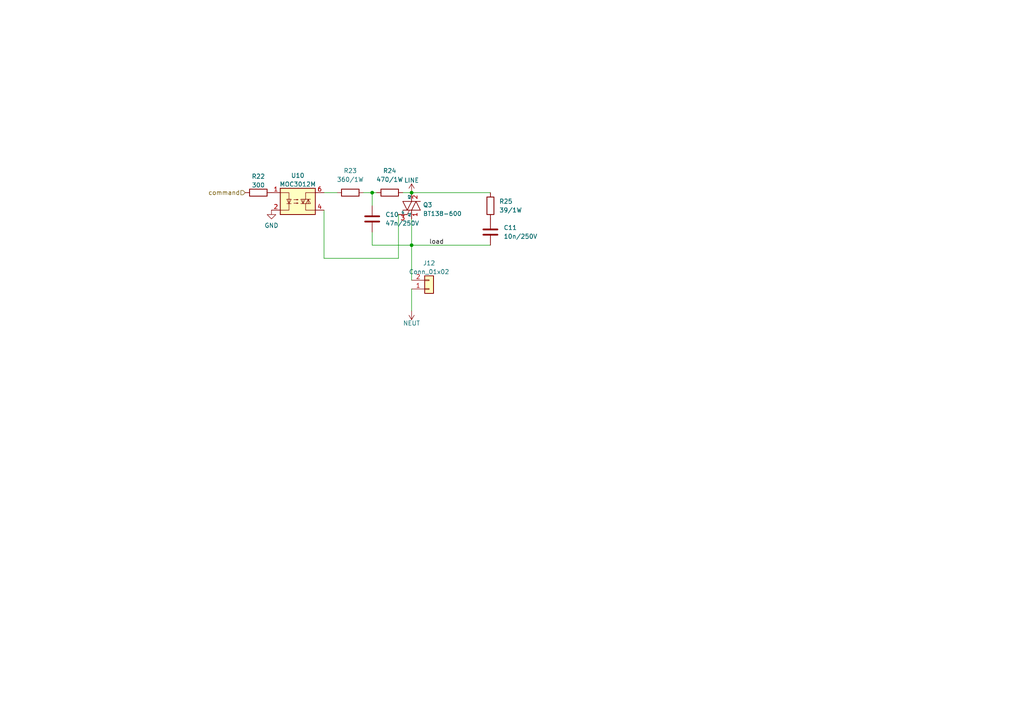
<source format=kicad_sch>
(kicad_sch (version 20230121) (generator eeschema)
  (paper "A4")
  (lib_symbols
    (symbol "0_aaaaa_yeah:R" (pin_numbers hide) (pin_names (offset 0))
      (property "Reference" "R" (at 2.032 0 90))
      (property "Value" "R" (at 0 0 90))
      (symbol "R_0_1"
        (rectangle (start -1.016 -2.54) (end 1.016 2.54) (stroke (width 0.254)))
      )
      (symbol "R_1_1"
        (pin passive line (at 0 3.81 270) (length 1.27) (name "~") (number "1"))
        (pin passive line (at 0 -3.81 90) (length 1.27) (name "~") (number "2"))
      )
    )
    (symbol "Connector_Generic:Conn_01x02" (pin_names (offset 1.016) hide)
      (property "Reference" "J" (at 0 2.54 0))
      (property "Value" "Conn_01x02" (at 0 -5.08 0))
      (symbol "Conn_01x02_1_1"
        (rectangle (start -1.27 -2.413) (end 0 -2.667) (stroke (width 0.1524)))
        (rectangle (start -1.27 0.127) (end 0 -0.127) (stroke (width 0.1524)))
        (rectangle (start -1.27 1.27) (end 1.27 -3.81) (stroke (width 0.254)) (fill (type background)))
        (pin passive line (at -5.08 0 0) (length 3.81) (name "Pin_1") (number "1"))
        (pin passive line (at -5.08 -2.54 0) (length 3.81) (name "Pin_2") (number "2"))
      )
    )
    (symbol "Device:C" (pin_numbers hide) (pin_names (offset 0.254))
      (property "Reference" "C" (at 0.635 2.54 0))
      (property "Value" "C" (at 0.635 -2.54 0))
      (symbol "C_0_1"
        (polyline (pts (xy -2.032 -0.762) (xy 2.032 -0.762)) (stroke (width 0.508)))
        (polyline (pts (xy -2.032 0.762) (xy 2.032 0.762)) (stroke (width 0.508)))
      )
      (symbol "C_1_1"
        (pin passive line (at 0 3.81 270) (length 2.794) (name "~") (number "1"))
        (pin passive line (at 0 -3.81 90) (length 2.794) (name "~") (number "2"))
      )
    )
    (symbol "Relay_SolidState:MOC3012M"
      (property "Reference" "U" (at -5.334 4.826 0))
      (property "Value" "MOC3012M" (at 0 5.08 0))
      (symbol "MOC3012M_0_1"
        (rectangle (start -5.08 3.81) (end 5.08 -3.81) (stroke (width 0.254)) (fill (type background)))
        (polyline (pts (xy -3.175 -0.635) (xy -1.905 -0.635)))
        (polyline (pts (xy 1.524 -0.635) (xy 1.524 0.635)))
        (polyline (pts (xy 3.048 0.635) (xy 3.048 -0.635)))
        (polyline (pts (xy 2.286 -0.635) (xy 2.286 -2.54) (xy 5.08 -2.54)))
        (polyline (pts (xy 2.286 0.635) (xy 2.286 2.54) (xy 5.08 2.54)))
        (polyline (pts (xy -5.08 2.54) (xy -2.54 2.54) (xy -2.54 -2.54) (xy -5.08 -2.54)))
        (polyline (pts (xy -2.54 -0.635) (xy -3.175 0.635) (xy -1.905 0.635) (xy -2.54 -0.635)))
        (polyline (pts (xy 0.889 -0.635) (xy 3.683 -0.635) (xy 3.048 0.635) (xy 2.413 -0.635)))
        (polyline (pts (xy 3.683 0.635) (xy 0.889 0.635) (xy 1.524 -0.635) (xy 2.159 0.635)))
        (polyline (pts (xy -1.143 -0.508) (xy 0.127 -0.508) (xy -0.254 -0.635) (xy -0.254 -0.381) (xy 0.127 -0.508)))
        (polyline (pts (xy -1.143 0.508) (xy 0.127 0.508) (xy -0.254 0.381) (xy -0.254 0.635) (xy 0.127 0.508)))
      )
      (symbol "MOC3012M_1_1"
        (pin passive line (at -7.62 2.54 0) (length 2.54) (name "~") (number "1"))
        (pin passive line (at -7.62 -2.54 0) (length 2.54) (name "~") (number "2"))
        (pin no_connect line (at -5.08 0 0) (length 2.54) hide (name "NC") (number "3"))
        (pin passive line (at 7.62 -2.54 180) (length 2.54) (name "~") (number "4"))
        (pin no_connect line (at 5.08 0 180) (length 2.54) hide (name "NC") (number "5"))
        (pin passive line (at 7.62 2.54 180) (length 2.54) (name "~") (number "6"))
      )
    )
    (symbol "Triac_Thyristor:BT138-600" (pin_names (offset 0))
      (property "Reference" "Q" (at 5.08 1.905 0))
      (property "Value" "BT138-600" (at 5.08 0 0))
      (symbol "BT138-600_0_1"
        (polyline (pts (xy -2.54 -1.27) (xy 2.54 -1.27)) (stroke (width 0.2032)))
        (polyline (pts (xy -2.54 1.27) (xy 2.54 1.27)) (stroke (width 0.2032)))
        (polyline (pts (xy -1.27 -2.54) (xy -0.635 -1.27)))
        (polyline (pts (xy -2.54 1.27) (xy -1.27 -1.27) (xy 0 1.27)) (stroke (width 0.2032)))
        (polyline (pts (xy 0 -1.27) (xy 1.27 1.27) (xy 2.54 -1.27)) (stroke (width 0.2032)))
      )
      (symbol "BT138-600_1_1"
        (pin passive line (at 0 -3.81 90) (length 2.54) (name "A1") (number "1"))
        (pin passive line (at 0 3.81 270) (length 2.54) (name "A2") (number "2"))
        (pin input line (at -3.81 -2.54 0) (length 2.54) (name "G") (number "3"))
      )
    )
    (symbol "power:GND" (power) (pin_names (offset 0))
      (property "Value" "GND" (at 0 -3.81 0))
      (symbol "GND_0_1"
        (polyline (pts (xy 0 0) (xy 0 -1.27) (xy 1.27 -1.27) (xy 0 -2.54) (xy -1.27 -1.27) (xy 0 -1.27)))
      )
      (symbol "GND_1_1"
        (pin power_in line (at 0 0 270) (length 0) hide (name "GND") (number "1"))
      )
    )
    (symbol "power:LINE" (power) (pin_names (offset 0))
      (property "Value" "LINE" (at 0 3.81 0))
      (symbol "LINE_0_1"
        (polyline (pts (xy -0.762 1.27) (xy 0 2.54)))
        (polyline (pts (xy 0 0) (xy 0 2.54)))
        (polyline (pts (xy 0 2.54) (xy 0.762 1.27)))
      )
      (symbol "LINE_1_1"
        (pin power_in line (at 0 0 90) (length 0) hide (name "LINE") (number "1"))
      )
    )
    (symbol "power:NEUT" (power) (pin_names (offset 0))
      (property "Value" "NEUT" (at 0 3.81 0))
      (symbol "NEUT_0_1"
        (polyline (pts (xy -0.762 1.27) (xy 0 2.54)))
        (polyline (pts (xy 0 0) (xy 0 2.54)))
        (polyline (pts (xy 0 2.54) (xy 0.762 1.27)))
      )
      (symbol "NEUT_1_1"
        (pin power_in line (at 0 0 90) (length 0) hide (name "NEUT") (number "1"))
      )
    )
  )
  (junction (at 119.38 55.88))
  (junction (at 107.95 55.88))
  (junction (at 119.38 71.12))
  (wire (pts (xy 105.41 55.88) (xy 107.95 55.88)))
  (wire (pts (xy 119.38 71.12) (xy 119.38 81.28)))
  (wire (pts (xy 119.38 71.12) (xy 107.95 71.12)))
  (wire (pts (xy 107.95 55.88) (xy 107.95 59.69)))
  (wire (pts (xy 119.38 71.12) (xy 119.38 63.5)))
  (wire (pts (xy 93.98 74.93) (xy 93.98 60.96)))
  (wire (pts (xy 116.84 55.88) (xy 119.38 55.88)))
  (wire (pts (xy 119.38 83.82) (xy 119.38 90.17)))
  (wire (pts (xy 107.95 71.12) (xy 107.95 67.31)))
  (wire (pts (xy 107.95 55.88) (xy 109.22 55.88)))
  (wire (pts (xy 115.57 62.23) (xy 115.57 74.93)))
  (wire (pts (xy 142.24 71.12) (xy 119.38 71.12)))
  (wire (pts (xy 97.79 55.88) (xy 93.98 55.88)))
  (wire (pts (xy 119.38 55.88) (xy 142.24 55.88)))
  (wire (pts (xy 115.57 74.93) (xy 93.98 74.93)))
  (label "load" (at 124.46 71.12 0))
  (hierarchical_label "command" (shape input) (at 71.12 55.88 180))
  (symbol (lib_id "0_aaaaa_yeah:R") (at 101.6 55.88 90) (unit 1)
    (property "Reference" "R23" (at 101.6 49.53 90))
    (property "Value" "360/1W" (at 101.6 52.07 90))
    (property "Footprint" "Resistor_SMD:R_2512_6332Metric" (effects hide))
    (instances (project "anadrum2" (path "" (reference "R23") (unit 1)) (path "" (reference "R11") (unit 1)) (path "" (reference "R19") (unit 1)) (path "" (reference "R35") (unit 1))))
  )
  (symbol (lib_id "0_aaaaa_yeah:R") (at 74.93 55.88 90) (unit 1)
    (property "Reference" "R22" (at 74.93 51.1642 90))
    (property "Value" "300" (at 74.93 53.7011 90))
    (property "Footprint" "Resistor_SMD:R_0805_2012Metric" (effects hide))
    (instances (project "anadrum2" (path "" (reference "R22") (unit 1)) (path "" (reference "R10") (unit 1)) (path "" (reference "R18") (unit 1)) (path "" (reference "R34") (unit 1))))
  )
  (symbol (lib_id "power:NEUT") (at 119.38 90.17 180) (unit 1)
    (property "Reference" "#PWR079" (effects hide))
    (property "Value" "NEUT" (at 119.38 93.7458 0))
    (instances (project "anadrum2" (path "" (reference "#PWR079") (unit 1)) (path "" (reference "#PWR062") (unit 1)) (path "" (reference "#PWR076") (unit 1)) (path "" (reference "#PWR0104") (unit 1))))
  )
  (symbol (lib_id "power:LINE") (at 119.38 55.88 0) (unit 1)
    (property "Reference" "#PWR078" (effects hide))
    (property "Value" "LINE" (at 119.38 52.3042 0))
    (instances (project "anadrum2" (path "" (reference "#PWR078") (unit 1)) (path "" (reference "#PWR061") (unit 1)) (path "" (reference "#PWR075") (unit 1)) (path "" (reference "#PWR0103") (unit 1))))
  )
  (symbol (lib_id "Device:C") (at 142.24 67.31 0) (unit 1)
    (property "Reference" "C11" (at 146.05 66.04 0) (effects (justify left)))
    (property "Value" "10n/250V" (at 146.05 68.58 0) (effects (justify left)))
    (property "Footprint" "synkie_footprints:C_0805_2012Metric_Pad1.15x1.40mm_HandSolder" (effects hide))
    (instances (project "anadrum2" (path "" (reference "C11") (unit 1)) (path "" (reference "C7") (unit 1)) (path "" (reference "C9") (unit 1)) (path "" (reference "C13") (unit 1))))
  )
  (symbol (lib_id "0_aaaaa_yeah:R") (at 113.03 55.88 90) (unit 1)
    (property "Reference" "R24" (at 113.03 49.53 90))
    (property "Value" "470/1W" (at 113.03 52.07 90))
    (property "Footprint" "Resistor_SMD:R_2512_6332Metric" (effects hide))
    (instances (project "anadrum2" (path "" (reference "R24") (unit 1)) (path "" (reference "R12") (unit 1)) (path "" (reference "R20") (unit 1)) (path "" (reference "R36") (unit 1))))
  )
  (symbol (lib_id "Connector_Generic:Conn_01x02") (at 124.46 83.82 0) (mirror x) (unit 1)
    (property "Reference" "J12" (at 124.46 76.3102 0))
    (property "Value" "Conn_01x02" (at 124.46 78.8471 0))
    (property "Footprint" "synkie_footprints:Molex_Mini-Fit_Jr_5566-02A_2x01_P4.20mm_Vertical" (effects hide))
    (instances (project "anadrum2" (path "" (reference "J12") (unit 1)) (path "" (reference "J7") (unit 1)) (path "" (reference "J11") (unit 1)) (path "" (reference "J19") (unit 1))))
  )
  (symbol (lib_id "Device:C") (at 107.95 63.5 0) (unit 1)
    (property "Reference" "C10" (at 111.76 62.23 0) (effects (justify left)))
    (property "Value" "47n/250V" (at 111.76 64.77 0) (effects (justify left)))
    (property "Footprint" "synkie_footprints:C_1206_3216Metric_Pad1.42x1.75mm_HandSolder" (effects hide))
    (instances (project "anadrum2" (path "" (reference "C10") (unit 1)) (path "" (reference "C6") (unit 1)) (path "" (reference "C8") (unit 1)) (path "" (reference "C12") (unit 1))))
  )
  (symbol (lib_id "0_aaaaa_yeah:R") (at 142.24 59.69 180) (unit 1)
    (property "Reference" "R25" (at 144.78 58.42 0) (effects (justify right)))
    (property "Value" "39/1W" (at 144.78 60.96 0) (effects (justify right)))
    (property "Footprint" "Resistor_SMD:R_2512_6332Metric" (effects hide))
    (instances (project "anadrum2" (path "" (reference "R25") (unit 1)) (path "" (reference "R13") (unit 1)) (path "" (reference "R21") (unit 1)) (path "" (reference "R37") (unit 1))))
  )
  (symbol (lib_id "Triac_Thyristor:BT138-600") (at 119.38 59.69 0) (unit 1)
    (property "Reference" "Q3" (at 122.6566 59.4395 0) (effects (justify left)))
    (property "Value" "BT138-600" (at 122.6566 61.9764 0) (effects (justify left)))
    (property "Footprint" "Package_TO_SOT_THT:TO-220-3_Horizontal_TabDown" (effects hide))
    (property "Datasheet" "https://assets.nexperia.com/documents/data-sheet/BT138_SER_D_E.pdf" (effects hide))
    (instances (project "anadrum2" (path "" (reference "Q3") (unit 1)) (path "" (reference "Q1") (unit 1)) (path "" (reference "Q2") (unit 1)) (path "" (reference "Q4") (unit 1))))
  )
  (symbol (lib_id "power:GND") (at 78.74 60.96 0) (unit 1)
    (property "Reference" "#PWR077" (effects hide))
    (property "Value" "GND" (at 78.74 65.4034 0))
    (instances (project "anadrum2" (path "" (reference "#PWR077") (unit 1)) (path "" (reference "#PWR060") (unit 1)) (path "" (reference "#PWR074") (unit 1)) (path "" (reference "#PWR0102") (unit 1))))
  )
  (symbol (lib_id "Relay_SolidState:MOC3012M") (at 86.36 58.42 0) (unit 1)
    (property "Reference" "U10" (at 86.36 50.9102 0))
    (property "Value" "MOC3012M" (at 86.36 53.4471 0))
    (property "Footprint" "Package_DIP:DIP-6_W8.89mm_SMDSocket_LongPads" (effects hide))
    (property "Datasheet" "https://www.onsemi.com/pub/Collateral/MOC3023M-D.PDF" (effects hide))
    (instances (project "anadrum2" (path "" (reference "U10") (unit 1)) (path "" (reference "U8") (unit 1)) (path "" (reference "U9") (unit 1)) (path "" (reference "U11") (unit 1))))
  )
)
</source>
